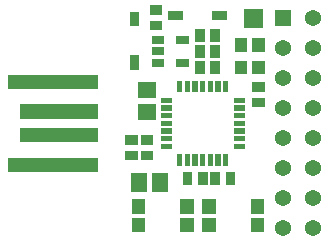
<source format=gbr>
G04 start of page 6 for group -4063 idx -4063 *
G04 Title: UltraNano, componentmask *
G04 Creator: pcb 1.99z *
G04 CreationDate: Thu 15 Jan 2015 11:46:57 GMT UTC *
G04 For: matt *
G04 Format: Gerber/RS-274X *
G04 PCB-Dimensions (mil): 1377.95 1062.99 *
G04 PCB-Coordinate-Origin: lower left *
%MOIN*%
%FSLAX25Y25*%
%LNTOPMASK*%
%ADD48R,0.0261X0.0261*%
%ADD47R,0.0413X0.0413*%
%ADD46R,0.0295X0.0295*%
%ADD45R,0.0177X0.0177*%
%ADD44R,0.0316X0.0316*%
%ADD43R,0.0476X0.0476*%
%ADD42R,0.0453X0.0453*%
%ADD41R,0.0532X0.0532*%
%ADD40C,0.0001*%
%ADD39C,0.0542*%
G54D39*X101575Y74173D03*
X111575D03*
X101575Y64173D03*
X111575D03*
G54D40*G36*
X98865Y96883D02*Y91464D01*
X104284D01*
Y96883D01*
X98865D01*
G37*
G54D39*X111575Y94173D03*
X101575Y84173D03*
X111575D03*
G54D40*G36*
X88381Y97367D02*Y90980D01*
X94769D01*
Y97367D01*
X88381D01*
G37*
G54D39*X101575Y54173D03*
X111575D03*
X101575Y44173D03*
Y34173D03*
Y24173D03*
X111575Y44173D03*
Y34173D03*
Y24173D03*
G54D41*X53544Y39763D02*Y38977D01*
G54D42*X53346Y31693D02*Y31299D01*
Y25394D02*Y25000D01*
G54D41*X60630Y39763D02*Y38977D01*
G54D43*X12205Y45276D02*X37402D01*
X16142Y55118D02*X37402D01*
X16142Y62992D02*X37402D01*
X12205Y72835D02*X37402D01*
G54D44*X78937Y41240D02*Y40256D01*
X84055Y41240D02*Y40256D01*
X69685Y41240D02*Y40256D01*
X74803Y41240D02*Y40256D01*
G54D42*X76969Y31693D02*Y31299D01*
X69488Y31693D02*Y31299D01*
X76969Y25394D02*Y25000D01*
X69488Y25394D02*Y25000D01*
X93110Y31693D02*Y31299D01*
Y25394D02*Y25000D01*
G54D45*X86024Y51378D02*X87992D01*
X77362Y47835D02*Y45866D01*
X79921Y47835D02*Y45866D01*
X82480Y47835D02*Y45866D01*
X86024Y53937D02*X87992D01*
X86024Y56496D02*X87992D01*
X86024Y59055D02*X87992D01*
X86024Y61614D02*X87992D01*
X86024Y64173D02*X87992D01*
X86024Y66732D02*X87992D01*
X82480Y72244D02*Y70276D01*
G54D44*X92867Y66065D02*X93851D01*
X92867Y71183D02*X93851D01*
G54D46*X79331Y95079D02*X81299D01*
G54D44*X78937Y78248D02*Y77264D01*
G54D47*X87521Y77900D02*Y77507D01*
X93427Y77900D02*Y77507D01*
G54D44*X78937Y83563D02*Y82579D01*
Y88878D02*Y87894D01*
G54D47*X93427Y85381D02*Y84987D01*
X87521Y85381D02*Y84987D01*
G54D44*X50492Y48425D02*X51476D01*
X50492Y53543D02*X51476D01*
X55807Y48425D02*X56791D01*
X55807Y53543D02*X56791D01*
G54D41*X55906Y70078D02*X56692D01*
X55906Y62992D02*X56692D01*
G54D45*X61614Y66732D02*X63583D01*
X61614Y64173D02*X63583D01*
X61614Y61614D02*X63583D01*
X61614Y59055D02*X63583D01*
X61614Y56496D02*X63583D01*
X61614Y53937D02*X63583D01*
X61614Y51378D02*X63583D01*
X79921Y72244D02*Y70276D01*
X77362Y72244D02*Y70276D01*
X74803Y72244D02*Y70276D01*
X72244Y72244D02*Y70276D01*
X69685Y72244D02*Y70276D01*
X67126Y72244D02*Y70276D01*
Y47835D02*Y45866D01*
X69685Y47835D02*Y45866D01*
X72244Y47835D02*Y45866D01*
X74803Y47835D02*Y45866D01*
G54D44*X73819Y78248D02*Y77264D01*
G54D48*X67243Y79171D02*X68843D01*
G54D44*X73819Y83563D02*Y82579D01*
G54D48*X67243Y86971D02*X68843D01*
G54D44*X73819Y88878D02*Y87894D01*
G54D46*X52165Y94882D02*Y92913D01*
G54D44*X58760Y96850D02*X59744D01*
X58760Y91732D02*X59744D01*
G54D46*X52165Y80315D02*Y78346D01*
X64764Y95079D02*X66732D01*
G54D48*X59043Y86971D02*X60643D01*
X59043Y83071D02*X60643D01*
X59043Y79171D02*X60643D01*
M02*

</source>
